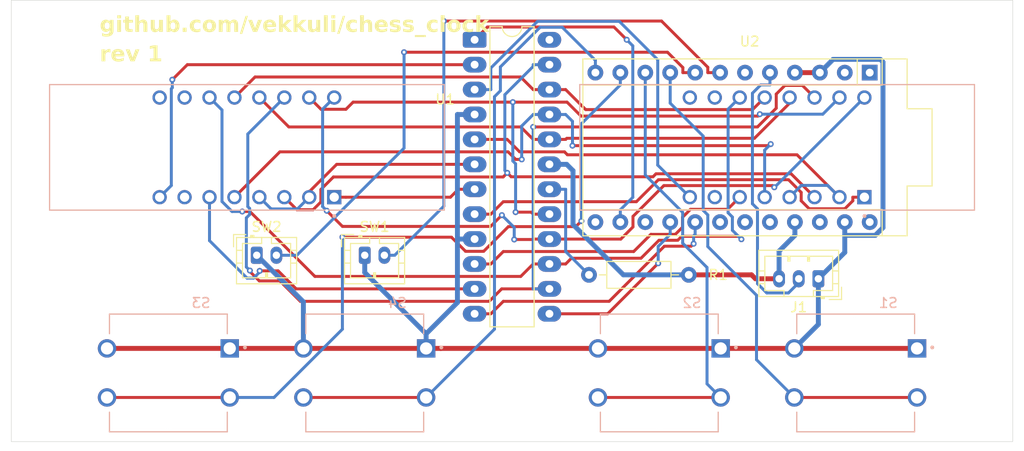
<source format=kicad_pcb>
(kicad_pcb (version 20241229) (generator "pcbnew") (generator_version "9.0")
  (layers (0 "F.Cu" signal) (2 "B.Cu" signal) (13 "F.Paste" user) (15 "B.Paste" user) (5 "F.SilkS" user "F.Silkscreen") (7 "B.SilkS" user "B.Silkscreen") (1 "F.Mask" user) (3 "B.Mask" user) (25 "Edge.Cuts" user))
  (net 0 "")
  (net 1 "/SEG_A")
  (net 2 "/SEG_DP")
  (net 3 "/DIG_7")
  (net 4 "/SEG_G")
  (net 5 "/DIG_5")
  (net 6 "/DIG_4")
  (net 7 "/SEG_F")
  (net 8 "/DIG_6")
  (net 11 "/SEG_B")
  (net 12 "/SEG_E")
  (net 13 "/SEG_D")
  (net 15 "/SEG_C")
  (net 16 "/DIG_0")
  (net 18 "/DIG_1")
  (net 20 "/DIG_2")
  (net 21 "/DIG_3")
  (net 23 "/LBO")
  (net 24 "GND")
  (net 25 "+5V")
  (net 26 "Net-(U1-ISET)")
  (net 28 "/CLK")
  (net 29 "/MOSI")
  (net 30 "/CS")
  (net 31 "/SWITCH1")
  (net 35 "/BUTTON2")
  (net 36 "/BUTTON3")
  (net 43 "/BUTTON1")
  (net 44 "/SWITCH2")
  (net 45 "/BUTTON4")
  (footprint "assets:Sparkfun_Pro_Micro" (layer "F.Cu") (at 159.49 72.62 90)
    (property "Reference" "U2" (at 18.42 15.71 180) (layer "F.SilkS"))
    (property "Value" "Sparkfun_Pro_Micro")
    (pad "1" thru_hole rect (at 15.24 27.94 90) (size 1.6 1.6) (drill 0.8) (layers "*.Cu" "*.Mask"))
    (pad "2" thru_hole oval (at 15.24 25.4 90) (size 1.6 1.6) (drill 0.8) (layers "*.Cu" "*.Mask"))
    (pad "3" thru_hole oval (at 15.24 22.86 90) (size 1.6 1.6) (drill 0.8) (layers "*.Cu" "*.Mask") (net 24 "GND"))
    (pad "4" thru_hole oval (at 15.24 20.32 90) (size 1.6 1.6) (drill 0.8) (layers "*.Cu" "*.Mask") (net 24 "GND"))
    (pad "5" thru_hole oval (at 15.24 17.78 90) (size 1.6 1.6) (drill 0.8) (layers "*.Cu" "*.Mask") (net 23 "/LBO"))
    (pad "6" thru_hole oval (at 15.24 15.24 90) (size 1.6 1.6) (drill 0.8) (layers "*.Cu" "*.Mask"))
    (pad "7" thru_hole oval (at 15.24 12.7 90) (size 1.6 1.6) (drill 0.8) (layers "*.Cu" "*.Mask") (net 31 "/SWITCH1"))
    (pad "8" thru_hole oval (at 15.24 10.16 90) (size 1.6 1.6) (drill 0.8) (layers "*.Cu" "*.Mask") (net 44 "/SWITCH2"))
    (pad "9" thru_hole oval (at 15.24 7.62 90) (size 1.6 1.6) (drill 0.8) (layers "*.Cu" "*.Mask") (net 43 "/BUTTON1"))
    (pad "10" thru_hole oval (at 15.24 5.08 90) (size 1.6 1.6) (drill 0.8) (layers "*.Cu" "*.Mask") (net 35 "/BUTTON2"))
    (pad "11" thru_hole oval (at 15.24 2.54 90) (size 1.6 1.6) (drill 0.8) (layers "*.Cu" "*.Mask") (net 36 "/BUTTON3"))
    (pad "12" thru_hole oval (at 15.24 0 90) (size 1.6 1.6) (drill 0.8) (layers "*.Cu" "*.Mask") (net 45 "/BUTTON4"))
    (pad "13" thru_hole oval (at 0 0 90) (size 1.6 1.6) (drill 0.8) (layers "*.Cu" "*.Mask"))
    (pad "14" thru_hole oval (at 0 2.54 90) (size 1.6 1.6) (drill 0.8) (layers "*.Cu" "*.Mask") (net 29 "/MOSI"))
    (pad "15" thru_hole oval (at 0 5.08 90) (size 1.6 1.6) (drill 0.8) (layers "*.Cu" "*.Mask"))
    (pad "16" thru_hole oval (at 0 7.62 90) (size 1.6 1.6) (drill 0.8) (layers "*.Cu" "*.Mask") (net 28 "/CLK"))
    (pad "17" thru_hole oval (at 0 10.16 90) (size 1.6 1.6) (drill 0.8) (layers "*.Cu" "*.Mask") (net 30 "/CS"))
    (pad "18" thru_hole oval (at 0 12.7 90) (size 1.6 1.6) (drill 0.8) (layers "*.Cu" "*.Mask"))
    (pad "19" thru_hole oval (at 0 15.24 90) (size 1.6 1.6) (drill 0.8) (layers "*.Cu" "*.Mask"))
    (pad "20" thru_hole oval (at 0 17.78 90) (size 1.6 1.6) (drill 0.8) (layers "*.Cu" "*.Mask"))
    (pad "21" thru_hole oval (at 0 20.32 90) (size 1.6 1.6) (drill 0.8) (layers "*.Cu" "*.Mask") (net 25 "+5V"))
    (pad "22" thru_hole oval (at 0 22.86 90) (size 1.6 1.6) (drill 0.8) (layers "*.Cu" "*.Mask"))
    (pad "23" thru_hole oval (at 0 25.4 90) (size 1.6 1.6) (drill 0.8) (layers "*.Cu" "*.Mask") (net 24 "GND"))
    (pad "24" thru_hole oval (at 0 27.94 90) (size 1.6 1.6) (drill 0.8) (layers "*.Cu" "*.Mask"))
  )
  (footprint "MountingHole:MountingHole_3.2mm_M3" (layer "F.Cu") (at 198 54)
    (property "Reference" "H2" (hide yes))
    (property "Value" "MountingHole")
    (pad "" np_thru_hole circle (at 0 0) (size 3.2 3.2) (drill 3.2) (layers "*.Cu" "*.Mask"))
  )
  (footprint "Resistor_THT:R_Axial_DIN0207_L6.3mm_D2.5mm_P10.16mm_Horizontal" (layer "F.Cu") (at 169 78 180)
    (property "Reference" "R1" (at -3 0 0) (layer "F.SilkS"))
    (property "Value" "16k")
    (pad "1" thru_hole circle (at 0 0 180) (size 1.6 1.6) (drill 0.8) (layers "*.Cu" "*.Mask") (net 25 "+5V"))
    (pad "2" thru_hole circle (at 10.16 0 180) (size 1.6 1.6) (drill 0.8) (layers "*.Cu" "*.Mask") (net 26 "Net-(U1-ISET)"))
  )
  (footprint "Connector_JST:JST_PH_B2B-PH-K_1x02_P2.00mm_Vertical" (layer "F.Cu") (at 136 76)
    (property "Reference" "SW1" (at 1 -2.9 0) (layer "F.SilkS"))
    (property "Value" "SW_SPST")
    (pad "1" thru_hole roundrect (at 0 0) (size 1.2 1.75) (drill 0.75) (layers "*.Cu" "*.Mask") (roundrect_rratio 0.208333) (net 24 "GND"))
    (pad "2" thru_hole oval (at 2 0) (size 1.2 1.75) (drill 0.75) (layers "*.Cu" "*.Mask") (net 31 "/SWITCH1"))
  )
  (footprint "MountingHole:MountingHole_3.2mm_M3" (layer "F.Cu") (at 198 88)
    (property "Reference" "H4" (hide yes))
    (property "Value" "MountingHole")
    (pad "" np_thru_hole circle (at 0 0) (size 3.2 3.2) (drill 3.2) (layers "*.Cu" "*.Mask"))
  )
  (footprint "MountingHole:MountingHole_3.2mm_M3" (layer "F.Cu") (at 104 54)
    (property "Reference" "H1" (hide yes))
    (property "Value" "MountingHole")
    (pad "" np_thru_hole circle (at 0 0) (size 3.2 3.2) (drill 3.2) (layers "*.Cu" "*.Mask"))
  )
  (footprint "Package_DIP:DIP-24_W7.62mm_LongPads" (layer "F.Cu") (at 147.19 54.03)
    (property "Reference" "U1" (at -3 6.08 0) (layer "F.SilkS"))
    (property "Value" "MAX7221xNG")
    (pad "1" thru_hole roundrect (at 0 0) (size 2.4 1.6) (drill 0.8) (layers "*.Cu" "*.Mask") (roundrect_rratio 0.15625) (net 29 "/MOSI"))
    (pad "2" thru_hole oval (at 0 2.54) (size 2.4 1.6) (drill 0.8) (layers "*.Cu" "*.Mask") (net 16 "/DIG_0"))
    (pad "3" thru_hole oval (at 0 5.08) (size 2.4 1.6) (drill 0.8) (layers "*.Cu" "*.Mask") (net 6 "/DIG_4"))
    (pad "4" thru_hole oval (at 0 7.62) (size 2.4 1.6) (drill 0.8) (layers "*.Cu" "*.Mask") (net 24 "GND"))
    (pad "5" thru_hole oval (at 0 10.16) (size 2.4 1.6) (drill 0.8) (layers "*.Cu" "*.Mask") (net 8 "/DIG_6"))
    (pad "6" thru_hole oval (at 0 12.7) (size 2.4 1.6) (drill 0.8) (layers "*.Cu" "*.Mask") (net 20 "/DIG_2"))
    (pad "7" thru_hole oval (at 0 15.24) (size 2.4 1.6) (drill 0.8) (layers "*.Cu" "*.Mask") (net 21 "/DIG_3"))
    (pad "8" thru_hole oval (at 0 17.78) (size 2.4 1.6) (drill 0.8) (layers "*.Cu" "*.Mask") (net 3 "/DIG_7"))
    (pad "9" thru_hole oval (at 0 20.32) (size 2.4 1.6) (drill 0.8) (layers "*.Cu" "*.Mask") (net 24 "GND"))
    (pad "10" thru_hole oval (at 0 22.86) (size 2.4 1.6) (drill 0.8) (layers "*.Cu" "*.Mask") (net 5 "/DIG_5"))
    (pad "11" thru_hole oval (at 0 25.4) (size 2.4 1.6) (drill 0.8) (layers "*.Cu" "*.Mask") (net 18 "/DIG_1"))
    (pad "12" thru_hole oval (at 0 27.94) (size 2.4 1.6) (drill 0.8) (layers "*.Cu" "*.Mask") (net 30 "/CS"))
    (pad "13" thru_hole oval (at 7.62 27.94) (size 2.4 1.6) (drill 0.8) (layers "*.Cu" "*.Mask") (net 28 "/CLK"))
    (pad "14" thru_hole oval (at 7.62 25.4) (size 2.4 1.6) (drill 0.8) (layers "*.Cu" "*.Mask") (net 1 "/SEG_A"))
    (pad "15" thru_hole oval (at 7.62 22.86) (size 2.4 1.6) (drill 0.8) (layers "*.Cu" "*.Mask") (net 7 "/SEG_F"))
    (pad "16" thru_hole oval (at 7.62 20.32) (size 2.4 1.6) (drill 0.8) (layers "*.Cu" "*.Mask") (net 11 "/SEG_B"))
    (pad "17" thru_hole oval (at 7.62 17.78) (size 2.4 1.6) (drill 0.8) (layers "*.Cu" "*.Mask") (net 4 "/SEG_G"))
    (pad "18" thru_hole oval (at 7.62 15.24) (size 2.4 1.6) (drill 0.8) (layers "*.Cu" "*.Mask") (net 26 "Net-(U1-ISET)"))
    (pad "19" thru_hole oval (at 7.62 12.7) (size 2.4 1.6) (drill 0.8) (layers "*.Cu" "*.Mask") (net 25 "+5V"))
    (pad "20" thru_hole oval (at 7.62 10.16) (size 2.4 1.6) (drill 0.8) (layers "*.Cu" "*.Mask") (net 15 "/SEG_C"))
    (pad "21" thru_hole oval (at 7.62 7.62) (size 2.4 1.6) (drill 0.8) (layers "*.Cu" "*.Mask") (net 12 "/SEG_E"))
    (pad "22" thru_hole oval (at 7.62 5.08) (size 2.4 1.6) (drill 0.8) (layers "*.Cu" "*.Mask") (net 2 "/SEG_DP"))
    (pad "23" thru_hole oval (at 7.62 2.54) (size 2.4 1.6) (drill 0.8) (layers "*.Cu" "*.Mask") (net 13 "/SEG_D"))
    (pad "24" thru_hole oval (at 7.62 0) (size 2.4 1.6) (drill 0.8) (layers "*.Cu" "*.Mask"))
  )
  (footprint "Connector_JST:JST_PH_B2B-PH-K_1x02_P2.00mm_Vertical" (layer "F.Cu") (at 125 76)
    (property "Reference" "SW2" (at 1 -2.9 0) (layer "F.SilkS"))
    (property "Value" "SW_SPST")
    (pad "1" thru_hole roundrect (at 0 0) (size 1.2 1.75) (drill 0.75) (layers "*.Cu" "*.Mask") (roundrect_rratio 0.208333) (net 24 "GND"))
    (pad "2" thru_hole oval (at 2 0) (size 1.2 1.75) (drill 0.75) (layers "*.Cu" "*.Mask") (net 44 "/SWITCH2"))
  )
  (footprint "MountingHole:MountingHole_3.2mm_M3" (layer "F.Cu") (at 104 88)
    (property "Reference" "H3" (hide yes))
    (property "Value" "MountingHole")
    (pad "" np_thru_hole circle (at 0 0) (size 3.2 3.2) (drill 3.2) (layers "*.Cu" "*.Mask"))
  )
  (footprint "Connector_JST:JST_PH_B3B-PH-K_1x03_P2.00mm_Vertical" (layer "F.Cu") (at 182.2 78.4 180)
    (property "Reference" "J1" (at 2 -2.9 180) (layer "F.SilkS"))
    (property "Value" "Conn_01x03")
    (pad "1" thru_hole roundrect (at 0 0 180) (size 1.2 1.75) (drill 0.75) (layers "*.Cu" "*.Mask") (roundrect_rratio 0.208333) (net 24 "GND"))
    (pad "2" thru_hole oval (at 2 0 180) (size 1.2 1.75) (drill 0.75) (layers "*.Cu" "*.Mask") (net 23 "/LBO"))
    (pad "3" thru_hole oval (at 4 0 180) (size 1.2 1.75) (drill 0.75) (layers "*.Cu" "*.Mask") (net 25 "+5V"))
  )
  (footprint "assets:SW_B3F-4050" (layer "B.Cu") (at 166 88 180)
    (property "Reference" "S2" (at -3.325 7.135 0) (layer "B.SilkS") (effects (justify mirror)))
    (property "Value" "B3F-4050")
    (pad "" np_thru_hole circle (at 0 -4.5 180) (size 1.85 1.85) (drill 1.85) (layers "*.Cu" "*.Mask"))
    (pad "" np_thru_hole circle (at 0 4.5 180) (size 1.85 1.85) (drill 1.85) (layers "*.Cu" "*.Mask"))
    (pad "1" thru_hole rect (at -6.25 2.5 180) (size 1.875 1.875) (drill 1.25) (layers "*.Cu" "*.Mask") (net 24 "GND"))
    (pad "2" thru_hole circle (at 6.25 2.5 180) (size 1.875 1.875) (drill 1.25) (layers "*.Cu" "*.Mask") (net 24 "GND"))
    (pad "3" thru_hole circle (at -6.25 -2.5 180) (size 1.875 1.875) (drill 1.25) (layers "*.Cu" "*.Mask") (net 35 "/BUTTON2"))
    (pad "4" thru_hole circle (at 6.25 -2.5 180) (size 1.875 1.875) (drill 1.25) (layers "*.Cu" "*.Mask") (net 35 "/BUTTON2"))
  )
  (footprint "assets:DISPLAY_TDCR1060M" (layer "B.Cu") (at 124 65 180)
    (property "Reference" "DS2" (hide yes))
    (property "Value" "TDCR1060M")
    (pad "1" thru_hole rect (at -8.89 -5.08 180) (size 1.458 1.458) (drill 0.95) (layers "*.Cu" "*.Mask") (net 21 "/DIG_3"))
    (pad "2" thru_hole circle (at -6.35 -5.08 180) (size 1.458 1.458) (drill 0.95) (layers "*.Cu" "*.Mask") (net 20 "/DIG_2"))
    (pad "3" thru_hole circle (at -3.81 -5.08 180) (size 1.458 1.458) (drill 0.95) (layers "*.Cu" "*.Mask") (net 13 "/SEG_D"))
    (pad "4" thru_hole circle (at -1.27 -5.08 180) (size 1.458 1.458) (drill 0.95) (layers "*.Cu" "*.Mask") (net 20 "/DIG_2"))
    (pad "5" thru_hole circle (at 1.27 -5.08 180) (size 1.458 1.458) (drill 0.95) (layers "*.Cu" "*.Mask") (net 12 "/SEG_E"))
    (pad "6" thru_hole circle (at 3.81 -5.08 180) (size 1.458 1.458) (drill 0.95) (layers "*.Cu" "*.Mask") (net 18 "/DIG_1"))
    (pad "7" thru_hole circle (at 6.35 -5.08 180) (size 1.458 1.458) (drill 0.95) (layers "*.Cu" "*.Mask"))
    (pad "8" thru_hole circle (at 8.89 -5.08 180) (size 1.458 1.458) (drill 0.95) (layers "*.Cu" "*.Mask") (net 16 "/DIG_0"))
    (pad "9" thru_hole circle (at 8.89 5.08 180) (size 1.458 1.458) (drill 0.95) (layers "*.Cu" "*.Mask"))
    (pad "10" thru_hole circle (at 6.35 5.08 180) (size 1.458 1.458) (drill 0.95) (layers "*.Cu" "*.Mask"))
    (pad "11" thru_hole circle (at 3.81 5.08 180) (size 1.458 1.458) (drill 0.95) (layers "*.Cu" "*.Mask") (net 7 "/SEG_F"))
    (pad "12" thru_hole circle (at 1.27 5.08 180) (size 1.458 1.458) (drill 0.95) (layers "*.Cu" "*.Mask") (net 2 "/SEG_DP"))
    (pad "13" thru_hole circle (at -1.27 5.08 180) (size 1.458 1.458) (drill 0.95) (layers "*.Cu" "*.Mask") (net 15 "/SEG_C"))
    (pad "14" thru_hole circle (at -3.81 5.08 180) (size 1.458 1.458) (drill 0.95) (layers "*.Cu" "*.Mask") (net 1 "/SEG_A"))
    (pad "15" thru_hole circle (at -6.35 5.08 180) (size 1.458 1.458) (drill 0.95) (layers "*.Cu" "*.Mask") (net 4 "/SEG_G"))
    (pad "16" thru_hole circle (at -8.89 5.08 180) (size 1.458 1.458) (drill 0.95) (layers "*.Cu" "*.Mask") (net 11 "/SEG_B"))
  )
  (footprint "assets:DISPLAY_TDCR1060M" (layer "B.Cu") (at 178 65 180)
    (property "Reference" "DS1" (hide yes))
    (property "Value" "TDCR1060M")
    (pad "1" thru_hole rect (at -8.89 -5.08 180) (size 1.458 1.458) (drill 0.95) (layers "*.Cu" "*.Mask") (net 3 "/DIG_7"))
    (pad "2" thru_hole circle (at -6.35 -5.08 180) (size 1.458 1.458) (drill 0.95) (layers "*.Cu" "*.Mask") (net 8 "/DIG_6"))
    (pad "3" thru_hole circle (at -3.81 -5.08 180) (size 1.458 1.458) (drill 0.95) (layers "*.Cu" "*.Mask") (net 13 "/SEG_D"))
    (pad "4" thru_hole circle (at -1.27 -5.08 180) (size 1.458 1.458) (drill 0.95) (layers "*.Cu" "*.Mask") (net 8 "/DIG_6"))
    (pad "5" thru_hole circle (at 1.27 -5.08 180) (size 1.458 1.458) (drill 0.95) (layers "*.Cu" "*.Mask") (net 12 "/SEG_E"))
    (pad "6" thru_hole circle (at 3.81 -5.08 180) (size 1.458 1.458) (drill 0.95) (layers "*.Cu" "*.Mask") (net 5 "/DIG_5"))
    (pad "7" thru_hole circle (at 6.35 -5.08 180) (size 1.458 1.458) (drill 0.95) (layers "*.Cu" "*.Mask"))
    (pad "8" thru_hole circle (at 8.89 -5.08 180) (size 1.458 1.458) (drill 0.95) (layers "*.Cu" "*.Mask") (net 6 "/DIG_4"))
    (pad "9" thru_hole circle (at 8.89 5.08 180) (size 1.458 1.458) (drill 0.95) (layers "*.Cu" "*.Mask"))
    (pad "10" thru_hole circle (at 6.35 5.08 180) (size 1.458 1.458) (drill 0.95) (layers "*.Cu" "*.Mask"))
    (pad "11" thru_hole circle (at 3.81 5.08 180) (size 1.458 1.458) (drill 0.95) (layers "*.Cu" "*.Mask") (net 7 "/SEG_F"))
    (pad "12" thru_hole circle (at 1.27 5.08 180) (size 1.458 1.458) (drill 0.95) (layers "*.Cu" "*.Mask") (net 2 "/SEG_DP"))
    (pad "13" thru_hole circle (at -1.27 5.08 180) (size 1.458 1.458) (drill 0.95) (layers "*.Cu" "*.Mask") (net 15 "/SEG_C"))
    (pad "14" thru_hole circle (at -3.81 5.08 180) (size 1.458 1.458) (drill 0.95) (layers "*.Cu" "*.Mask") (net 1 "/SEG_A"))
    (pad "15" thru_hole circle (at -6.35 5.08 180) (size 1.458 1.458) (drill 0.95) (layers "*.Cu" "*.Mask") (net 4 "/SEG_G"))
    (pad "16" thru_hole circle (at -8.89 5.08 180) (size 1.458 1.458) (drill 0.95) (layers "*.Cu" "*.Mask") (net 11 "/SEG_B"))
  )
  (footprint "assets:SW_B3F-4050" (layer "B.Cu") (at 186 88 180)
    (property "Reference" "S1" (at -3.325 7.135 0) (layer "B.SilkS") (effects (justify mirror)))
    (property "Value" "B3F-4050")
    (pad "" np_thru_hole circle (at 0 -4.5 180) (size 1.85 1.85) (drill 1.85) (layers "*.Cu" "*.Mask"))
    (pad "" np_thru_hole circle (at 0 4.5 180) (size 1.85 1.85) (drill 1.85) (layers "*.Cu" "*.Mask"))
    (pad "1" thru_hole rect (at -6.25 2.5 180) (size 1.875 1.875) (drill 1.25) (layers "*.Cu" "*.Mask") (net 24 "GND"))
    (pad "2" thru_hole circle (at 6.25 2.5 180) (size 1.875 1.875) (drill 1.25) (layers "*.Cu" "*.Mask") (net 24 "GND"))
    (pad "3" thru_hole circle (at -6.25 -2.5 180) (size 1.875 1.875) (drill 1.25) (layers "*.Cu" "*.Mask") (net 43 "/BUTTON1"))
    (pad "4" thru_hole circle (at 6.25 -2.5 180) (size 1.875 1.875) (drill 1.25) (layers "*.Cu" "*.Mask") (net 43 "/BUTTON1"))
  )
  (footprint "assets:SW_B3F-4050" (layer "B.Cu") (at 136 88 180)
    (property "Reference" "S4" (at -3.325 7.135 0) (layer "B.SilkS") (effects (justify mirror)))
    (property "Value" "B3F-4050")
    (pad "" np_thru_hole circle (at 0 -4.5 180) (size 1.85 1.85) (drill 1.85) (layers "*.Cu" "*.Mask"))
    (pad "" np_thru_hole circle (at 0 4.5 180) (size 1.85 1.85) (drill 1.85) (layers "*.Cu" "*.Mask"))
    (pad "1" thru_hole rect (at -6.25 2.5 180) (size 1.875 1.875) (drill 1.25) (layers "*.Cu" "*.Mask") (net 24 "GND"))
    (pad "2" thru_hole circle (at 6.25 2.5 180) (size 1.875 1.875) (drill 1.25) (layers "*.Cu" "*.Mask") (net 24 "GND"))
    (pad "3" thru_hole circle (at -6.25 -2.5 180) (size 1.875 1.875) (drill 1.25) (layers "*.Cu" "*.Mask") (net 45 "/BUTTON4"))
    (pad "4" thru_hole circle (at 6.25 -2.5 180) (size 1.875 1.875) (drill 1.25) (layers "*.Cu" "*.Mask") (net 45 "/BUTTON4"))
  )
  (footprint "assets:SW_B3F-4050" (layer "B.Cu") (at 116 88 180)
    (property "Reference" "S3" (at -3.325 7.135 0) (layer "B.SilkS") (effects (justify mirror)))
    (property "Value" "B3F-4050")
    (pad "" np_thru_hole circle (at 0 -4.5 180) (size 1.85 1.85) (drill 1.85) (layers "*.Cu" "*.Mask"))
    (pad "" np_thru_hole circle (at 0 4.5 180) (size 1.85 1.85) (drill 1.85) (layers "*.Cu" "*.Mask"))
    (pad "1" thru_hole rect (at -6.25 2.5 180) (size 1.875 1.875) (drill 1.25) (layers "*.Cu" "*.Mask") (net 24 "GND"))
    (pad "2" thru_hole circle (at 6.25 2.5 180) (size 1.875 1.875) (drill 1.25) (layers "*.Cu" "*.Mask") (net 24 "GND"))
    (pad "3" thru_hole circle (at -6.25 -2.5 180) (size 1.875 1.875) (drill 1.25) (layers "*.Cu" "*.Mask") (net 36 "/BUTTON3"))
    (pad "4" thru_hole circle (at 6.25 -2.5 180) (size 1.875 1.875) (drill 1.25) (layers "*.Cu" "*.Mask") (net 36 "/BUTTON3"))
  )
  (gr_rect (start 100 50) (end 202 95) (stroke (width 0.05)) (fill no) (layer "Edge.Cuts"))
  (gr_text "rev 1" (at 109 56.5 0) (layer "F.SilkS") (effects (font (size 1.6 1.6) (thickness 0.32) (bold yes)) (justify left bottom)))
  (gr_text "github.com/vekkuli/chess_clock" (at 109 53.5 0) (layer "F.SilkS") (effects (font (size 1.6 1.6) (thickness 0.32) (bold yes)) (justify left bottom)))
  (segment (start 180.5755 58.6855) (end 181.81 59.92) (width 0.3) (layer "F.Cu") (net 1))
  (segment (start 127.3539 78.616) (end 129.4379 80.7) (width 0.3) (layer "F.Cu") (net 1))
  (segment (start 177.9107 59.567) (end 178.7922 58.6855) (width 0.3) (layer "F.Cu") (net 1))
  (segment (start 125.2594 78.616) (end 127.3539 78.616) (width 0.3) (layer "F.Cu") (net 1))
  (segment (start 175.9949 62.92) (end 177.9107 61.0042) (width 0.3) (layer "F.Cu") (net 1))
  (segment (start 177.9107 61.0042) (end 177.9107 59.567) (width 0.3) (layer "F.Cu") (net 1))
  (segment (start 148.6755 80.7) (end 149.9455 79.43) (width 0.3) (layer "F.Cu") (net 1))
  (segment (start 129.4379 80.7) (end 148.6755 80.7) (width 0.3) (layer "F.Cu") (net 1))
  (segment (start 124.2999 77.5597) (end 124.2999 77.6565) (width 0.3) (layer "F.Cu") (net 1))
  (segment (start 178.7922 58.6855) (end 180.5755 58.6855) (width 0.3) (layer "F.Cu") (net 1))
  (segment (start 124.2999 77.6565) (end 125.2594 78.616) (width 0.3) (layer "F.Cu") (net 1))
  (segment (start 149.9455 79.43) (end 154.81 79.43) (width 0.3) (layer "F.Cu") (net 1))
  (segment (start 153.1535 62.92) (end 175.9949 62.92) (width 0.3) (layer "F.Cu") (net 1))
  (via (at 124.2999 77.5597) (size 0.6) (drill 0.3) (layers "F.Cu" "B.Cu") (net 1))
  (via (at 153.1535 62.92) (size 0.6) (drill 0.3) (layers "F.Cu" "B.Cu") (net 1))
  (segment (start 124.0888 71.0402) (end 124.0888 63.6412) (width 0.3) (layer "B.Cu") (net 1))
  (segment (start 124.2777 71.2291) (end 124.0888 71.0402) (width 0.3) (layer "B.Cu") (net 1))
  (segment (start 124.0888 63.6412) (end 127.81 59.92) (width 0.3) (layer "B.Cu") (net 1))
  (segment (start 123.9419 72.1877) (end 124.2777 71.8519) (width 0.3) (layer "B.Cu") (net 1))
  (segment (start 153.1535 79.4252) (end 153.1535 62.92) (width 0.3) (layer "B.Cu") (net 1))
  (segment (start 153.1583 79.43) (end 153.1535 79.4252) (width 0.3) (layer "B.Cu") (net 1))
  (segment (start 154.81 79.43) (end 153.1583 79.43) (width 0.3) (layer "B.Cu") (net 1))
  (segment (start 124.2999 77.5597) (end 123.9419 77.2017) (width 0.3) (layer "B.Cu") (net 1))
  (segment (start 123.9419 77.2017) (end 123.9419 72.1877) (width 0.3) (layer "B.Cu") (net 1))
  (segment (start 124.2777 71.8519) (end 124.2777 71.2291) (width 0.3) (layer "B.Cu") (net 1))
  (segment (start 176.73 59.92) (end 175.501 61.149) (width 0.3) (layer "F.Cu") (net 2))
  (segment (start 175.501 61.149) (end 158.5007 61.149) (width 0.3) (layer "F.Cu") (net 2))
  (segment (start 151.8744 57.8261) (end 124.8239 57.8261) (width 0.3) (layer "F.Cu") (net 2))
  (segment (start 155.6359 59.11) (end 156.4617 59.11) (width 0.3) (layer "F.Cu") (net 2))
  (segment (start 154.81 59.11) (end 153.1583 59.11) (width 0.3) (layer "F.Cu") (net 2))
  (segment (start 124.8239 57.8261) (end 122.73 59.92) (width 0.3) (layer "F.Cu") (net 2))
  (segment (start 155.6359 59.11) (end 154.81 59.11) (width 0.3) (layer "F.Cu") (net 2))
  (segment (start 158.5007 61.149) (end 156.4617 59.11) (width 0.3) (layer "F.Cu") (net 2))
  (segment (start 153.1583 59.11) (end 151.8744 57.8261) (width 0.3) (layer "F.Cu") (net 2))
  (segment (start 186.89 70.08) (end 185.7093 70.08) (width 0.3) (layer "F.Cu") (net 3))
  (segment (start 179.1574 68.2976) (end 165.9106 68.2976) (width 0.3) (layer "F.Cu") (net 3))
  (segment (start 165.9106 68.2976) (end 163.6682 70.54) (width 0.3) (layer "F.Cu") (net 3))
  (segment (start 185.7093 70.4491) (end 184.8977 71.2607) (width 0.3) (layer "F.Cu") (net 3))
  (segment (start 180.4507 69.5909) (end 179.1574 68.2976) (width 0.3) (layer "F.Cu") (net 3))
  (segment (start 185.7093 70.08) (end 185.7093 70.4491) (width 0.3) (layer "F.Cu") (net 3))
  (segment (start 184.8977 71.2607) (end 181.2644 71.2607) (width 0.3) (layer "F.Cu") (net 3))
  (segment (start 147.19 71.81) (end 148.8417 71.81) (width 0.3) (layer "F.Cu") (net 3))
  (segment (start 180.4507 70.447) (end 180.4507 69.5909) (width 0.3) (layer "F.Cu") (net 3))
  (segment (start 163.6682 70.54) (end 150.1117 70.54) (width 0.3) (layer "F.Cu") (net 3))
  (segment (start 150.1117 70.54) (end 148.8417 71.81) (width 0.3) (layer "F.Cu") (net 3))
  (segment (start 181.2644 71.2607) (end 180.4507 70.447) (width 0.3) (layer "F.Cu") (net 3))
  (segment (start 152.9524 71.6041) (end 153.1583 71.81) (width 0.3) (layer "F.Cu") (net 4))
  (segment (start 134.0871 61.115) (end 134.8133 60.3888) (width 0.3) (layer "F.Cu") (net 4))
  (segment (start 176.0404 61.8114) (end 158.0271 61.8114) (width 0.3) (layer "F.Cu") (net 4))
  (segment (start 154.81 71.81) (end 153.1583 71.81) (width 0.3) (layer "F.Cu") (net 4))
  (segment (start 130.35 59.92) (end 131.545 61.115) (width 0.3) (layer "F.Cu") (net 4))
  (segment (start 151.3642 71.6041) (end 152.9524 71.6041) (width 0.3) (layer "F.Cu") (net 4))
  (segment (start 176.2359 61.6159) (end 176.0404 61.8114) (width 0.3) (layer "F.Cu") (net 4))
  (segment (start 134.8133 60.3888) (end 151.0807 60.3888) (width 0.3) (layer "F.Cu") (net 4))
  (segment (start 158.0271 61.8114) (end 156.6045 60.3888) (width 0.3) (layer "F.Cu") (net 4))
  (segment (start 156.6045 60.3888) (end 151.0807 60.3888) (width 0.3) (layer "F.Cu") (net 4))
  (segment (start 131.545 61.115) (end 134.0871 61.115) (width 0.3) (layer "F.Cu") (net 4))
  (via (at 151.0807 60.3888) (size 0.6) (drill 0.3) (layers "F.Cu" "B.Cu") (net 4))
  (via (at 176.2359 61.6159) (size 0.6) (drill 0.3) (layers "F.Cu" "B.Cu") (net 4))
  (via (at 151.3642 71.6041) (size 0.6) (drill 0.3) (layers "F.Cu" "B.Cu") (net 4))
  (segment (start 182.6541 61.6159) (end 176.2359 61.6159) (width 0.3) (layer "B.Cu") (net 4))
  (segment (start 184.35 59.92) (end 182.6541 61.6159) (width 0.3) (layer "B.Cu") (net 4))
  (segment (start 151.0807 66.3866) (end 151.3642 66.6701) (width 0.3) (layer "B.Cu") (net 4))
  (segment (start 151.0807 60.3888) (end 151.0807 66.3866) (width 0.3) (layer "B.Cu") (net 4))
  (segment (start 151.3642 66.6701) (end 151.3642 71.6041) (width 0.3) (layer "B.Cu") (net 4))
  (segment (start 165.1421 73.8717) (end 167.6285 73.8717) (width 0.3) (layer "F.Cu") (net 5))
  (segment (start 147.19 76.89) (end 148.8417 76.89) (width 0.3) (layer "F.Cu") (net 5))
  (segment (start 168.3617 73.1385) (end 168.3617 72.1302) (width 0.3) (layer "F.Cu") (net 5))
  (segment (start 168.3617 72.1302) (end 169.1773 71.3146) (width 0.3) (layer "F.Cu") (net 5))
  (segment (start 169.1773 71.3146) (end 172.9554 71.3146) (width 0.3) (layer "F.Cu") (net 5))
  (segment (start 148.8417 76.89) (end 150.1117 75.62) (width 0.3) (layer "F.Cu") (net 5))
  (segment (start 163.3938 75.62) (end 165.1421 73.8717) (width 0.3) (layer "F.Cu") (net 5))
  (segment (start 150.1117 75.62) (end 163.3938 75.62) (width 0.3) (layer "F.Cu") (net 5))
  (segment (start 172.9554 71.3146) (end 174.19 70.08) (width 0.3) (layer "F.Cu") (net 5))
  (segment (start 167.6285 73.8717) (end 168.3617 73.1385) (width 0.3) (layer "F.Cu") (net 5))
  (segment (start 147.19 59.11) (end 148.8417 59.11) (width 0.3) (layer "B.Cu") (net 6))
  (segment (start 148.8417 59.11) (end 148.8417 56.9062) (width 0.3) (layer "B.Cu") (net 6))
  (segment (start 165.8399 56.0663) (end 165.8399 66.8099) (width 0.3) (layer "B.Cu") (net 6))
  (segment (start 148.8417 56.9062) (end 153.5985 52.1494) (width 0.3) (layer "B.Cu") (net 6))
  (segment (start 153.5985 52.1494) (end 161.923 52.1494) (width 0.3) (layer "B.Cu") (net 6))
  (segment (start 165.8399 66.8099) (end 169.11 70.08) (width 0.3) (layer "B.Cu") (net 6))
  (segment (start 161.923 52.1494) (end 165.8399 56.0663) (width 0.3) (layer "B.Cu") (net 6))
  (segment (start 168.2794 74.0717) (end 174.0592 74.0717) (width 0.3) (layer "F.Cu") (net 7))
  (segment (start 130.9223 78.16) (end 124.3028 71.5405) (width 0.3) (layer "F.Cu") (net 7))
  (segment (start 124.3028 71.5405) (end 123.526 71.5405) (width 0.3) (layer "F.Cu") (net 7))
  (segment (start 154.81 76.89) (end 153.1583 76.89) (width 0.3) (layer "F.Cu") (net 7))
  (segment (start 156.4617 76.89) (end 157.0492 76.3025) (width 0.3) (layer "F.Cu") (net 7))
  (segment (start 167.8777 74.4734) (end 168.2794 74.0717) (width 0.3) (layer "F.Cu") (net 7))
  (segment (start 157.0492 76.3025) (end 164.1403 76.3025) (width 0.3) (layer "F.Cu") (net 7))
  (segment (start 174.0592 74.0717) (end 174.36 74.3725) (width 0.3) (layer "F.Cu") (net 7))
  (segment (start 151.8883 78.16) (end 130.9223 78.16) (width 0.3) (layer "F.Cu") (net 7))
  (segment (start 153.1583 76.89) (end 151.8883 78.16) (width 0.3) (layer "F.Cu") (net 7))
  (segment (start 164.1403 76.3025) (end 165.9694 74.4734) (width 0.3) (layer "F.Cu") (net 7))
  (segment (start 165.9694 74.4734) (end 167.8777 74.4734) (width 0.3) (layer "F.Cu") (net 7))
  (segment (start 154.81 76.89) (end 156.4617 76.89) (width 0.3) (layer "F.Cu") (net 7))
  (via (at 174.36 74.3725) (size 0.6) (drill 0.3) (layers "F.Cu" "B.Cu") (net 7))
  (via (at 123.526 71.5405) (size 0.6) (drill 0.3) (layers "F.Cu" "B.Cu") (net 7))
  (segment (start 173.4429 73.4554) (end 174.36 74.3725) (width 0.3) (layer "B.Cu") (net 7))
  (segment (start 173.0067 71.6665) (end 173.4429 72.1027) (width 0.3) (layer "B.Cu") (net 7))
  (segment (start 121.46 70.5183) (end 122.4822 71.5405) (width 0.3) (layer "B.Cu") (net 7))
  (segment (start 174.19 59.92) (end 173.0067 61.1033) (width 0.3) (layer "B.Cu") (net 7))
  (segment (start 173.0067 61.1033) (end 173.0067 71.6665) (width 0.3) (layer "B.Cu") (net 7))
  (segment (start 121.46 61.19) (end 121.46 70.5183) (width 0.3) (layer "B.Cu") (net 7))
  (segment (start 173.4429 72.1027) (end 173.4429 73.4554) (width 0.3) (layer "B.Cu") (net 7))
  (segment (start 120.19 59.92) (end 121.46 61.19) (width 0.3) (layer "B.Cu") (net 7))
  (segment (start 122.4822 71.5405) (end 123.526 71.5405) (width 0.3) (layer "B.Cu") (net 7))
  (segment (start 148.8417 64.19) (end 150.5074 64.19) (width 0.3) (layer "F.Cu") (net 8))
  (segment (start 180.03 65.76) (end 184.35 70.08) (width 0.3) (layer "F.Cu") (net 8))
  (segment (start 151.7774 65.46) (end 156.3452 65.46) (width 0.3) (layer "F.Cu") (net 8))
  (segment (start 150.5074 64.19) (end 151.7774 65.46) (width 0.3) (layer "F.Cu") (net 8))
  (segment (start 156.3452 65.46) (end 156.6452 65.76) (width 0.3) (layer "F.Cu") (net 8))
  (segment (start 147.19 64.19) (end 148.8417 64.19) (width 0.3) (layer "F.Cu") (net 8))
  (segment (start 156.6452 65.76) (end 180.03 65.76) (width 0.3) (layer "F.Cu") (net 8))
  (segment (start 180.4712 68.8788) (end 183.1488 68.8788) (width 0.3) (layer "B.Cu") (net 8))
  (segment (start 183.1488 68.8788) (end 184.35 70.08) (width 0.3) (layer "B.Cu") (net 8))
  (segment (start 179.27 70.08) (end 180.4712 68.8788) (width 0.3) (layer "B.Cu") (net 8))
  (segment (start 163.3183 72.041) (end 166.46 68.8993) (width 0.3) (layer "F.Cu") (net 11))
  (segment (start 153.1136 74.3947) (end 153.1583 74.35) (width 0.3) (layer "F.Cu") (net 11))
  (segment (start 133.7294 73.0617) (end 132.1283 71.4606) (width 0.3) (layer "F.Cu") (net 11))
  (segment (start 151.2246 74.3947) (end 153.1136 74.3947) (width 0.3) (layer "F.Cu") (net 11))
  (segment (start 163.3183 73.1137) (end 163.3183 72.041) (width 0.3) (layer "F.Cu") (net 11))
  (segment (start 154.81 74.35) (end 162.082 74.35) (width 0.3) (layer "F.Cu") (net 11))
  (segment (start 148.8146 73.0617) (end 133.7294 73.0617) (width 0.3) (layer "F.Cu") (net 11))
  (segment (start 149.9644 71.9119) (end 148.8146 73.0617) (width 0.3) (layer "F.Cu") (net 11))
  (segment (start 166.46 68.8993) (end 177.5374 68.8993) (width 0.3) (layer "F.Cu") (net 11))
  (segment (start 154.81 74.35) (end 153.1583 74.35) (width 0.3) (layer "F.Cu") (net 11))
  (segment (start 162.082 74.35) (end 163.3183 73.1137) (width 0.3) (layer "F.Cu") (net 11))
  (segment (start 177.5374 68.8993) (end 177.7109 69.0728) (width 0.3) (layer "F.Cu") (net 11))
  (via (at 177.7109 69.0728) (size 0.6) (drill 0.3) (layers "F.Cu" "B.Cu") (net 11))
  (via (at 132.1283 71.4606) (size 0.6) (drill 0.3) (layers "F.Cu" "B.Cu") (net 11))
  (via (at 151.2246 74.3947) (size 0.6) (drill 0.3) (layers "F.Cu" "B.Cu") (net 11))
  (via (at 149.9644 71.9119) (size 0.6) (drill 0.3) (layers "F.Cu" "B.Cu") (net 11))
  (segment (start 131.7093 71.0416) (end 132.1283 71.4606) (width 0.3) (layer "B.Cu") (net 11))
  (segment (start 132.89 59.92) (end 131.7093 61.1007) (width 0.3) (layer "B.Cu") (net 11))
  (segment (start 151.2246 73.1721) (end 151.2246 74.3947) (width 0.3) (layer "B.Cu") (net 11))
  (segment (start 149.9644 71.9119) (end 151.2246 73.1721) (width 0.3) (layer "B.Cu") (net 11))
  (segment (start 186.89 59.92) (end 177.7372 69.0728) (width 0.3) (layer "B.Cu") (net 11))
  (segment (start 131.7093 61.1007) (end 131.7093 71.0416) (width 0.3) (layer "B.Cu") (net 11))
  (segment (start 177.7372 69.0728) (end 177.7109 69.0728) (width 0.3) (layer "B.Cu") (net 11))
  (segment (start 127.35 65.46) (end 150.6063 65.46) (width 0.3) (layer "F.Cu") (net 12))
  (segment (start 151.3763 66.23) (end 151.9871 66.23) (width 0.3) (layer "F.Cu") (net 12))
  (segment (start 150.6063 65.46) (end 151.3763 66.23) (width 0.3) (layer "F.Cu") (net 12))
  (segment (start 177.189 64.825) (end 157.1561 64.825) (width 0.3) (layer "F.Cu") (net 12))
  (segment (start 122.73 70.08) (end 127.35 65.46) (width 0.3) (layer "F.Cu") (net 12))
  (segment (start 177.3465 64.6675) (end 177.189 64.825) (width 0.3) (layer "F.Cu") (net 12))
  (via (at 157.1561 64.825) (size 0.6) (drill 0.3) (layers "F.Cu" "B.Cu") (net 12))
  (via (at 177.3465 64.6675) (size 0.6) (drill 0.3) (layers "F.Cu" "B.Cu") (net 12))
  (via (at 151.9871 66.23) (size 0.6) (drill 0.3) (layers "F.Cu" "B.Cu") (net 12))
  (segment (start 151.9871 62.8212) (end 153.1583 61.65) (width 0.3) (layer "B.Cu") (net 12))
  (segment (start 176.73 70.08) (end 176.73 65.284) (width 0.3) (layer "B.Cu") (net 12))
  (segment (start 157.1561 62.3444) (end 156.4617 61.65) (width 0.3) (layer "B.Cu") (net 12))
  (segment (start 176.73 65.284) (end 177.3465 64.6675) (width 0.3) (layer "B.Cu") (net 12))
  (segment (start 157.1561 64.825) (end 157.1561 62.3444) (width 0.3) (layer "B.Cu") (net 12))
  (segment (start 151.9871 66.23) (end 151.9871 62.8212) (width 0.3) (layer "B.Cu") (net 12))
  (segment (start 154.81 61.65) (end 156.4617 61.65) (width 0.3) (layer "B.Cu") (net 12))
  (segment (start 154.81 61.65) (end 153.1583 61.65) (width 0.3) (layer "B.Cu") (net 12))
  (segment (start 150.9164 68.0016) (end 150.5168 67.602) (width 0.3) (layer "F.Cu") (net 13))
  (segment (start 165.3557 68.0016) (end 150.9164 68.0016) (width 0.3) (layer "F.Cu") (net 13))
  (segment (start 130.7408 71.3591) (end 131.5307 70.5692) (width 0.3) (layer "F.Cu") (net 13))
  (segment (start 165.6614 67.6959) (end 165.3557 68.0016) (width 0.3) (layer "F.Cu") (net 13))
  (segment (start 150.1005 68.0183) (end 150.5168 67.602) (width 0.3) (layer "F.Cu") (net 13))
  (segment (start 179.4259 67.6959) (end 165.6614 67.6959) (width 0.3) (layer "F.Cu") (net 13))
  (segment (start 129.0891 71.3591) (end 130.7408 71.3591) (width 0.3) (layer "F.Cu") (net 13))
  (segment (start 132.8109 68.0183) (end 150.1005 68.0183) (width 0.3) (layer "F.Cu") (net 13))
  (segment (start 127.81 70.08) (end 129.0891 71.3591) (width 0.3) (layer "F.Cu") (net 13))
  (segment (start 181.81 70.08) (end 179.4259 67.6959) (width 0.3) (layer "F.Cu") (net 13))
  (segment (start 131.5307 70.5692) (end 131.5307 69.2985) (width 0.3) (layer "F.Cu") (net 13))
  (segment (start 131.5307 69.2985) (end 132.8109 68.0183) (width 0.3) (layer "F.Cu") (net 13))
  (via (at 150.5168 67.602) (size 0.6) (drill 0.3) (layers "F.Cu" "B.Cu") (net 13))
  (segment (start 154.81 56.57) (end 153.1583 56.57) (width 0.3) (layer "B.Cu") (net 13))
  (segment (start 150.2684 59.6321) (end 153.1583 56.7422) (width 0.3) (layer "B.Cu") (net 13))
  (segment (start 153.1583 56.7422) (end 153.1583 56.57) (width 0.3) (layer "B.Cu") (net 13))
  (segment (start 150.5168 67.602) (end 150.2684 67.3536) (width 0.3) (layer "B.Cu") (net 13))
  (segment (start 150.2684 67.3536) (end 150.2684 59.6321) (width 0.3) (layer "B.Cu") (net 13))
  (segment (start 179.27 59.92) (end 179.27 60.4958) (width 0.3) (layer "F.Cu") (net 15))
  (segment (start 155.6359 64.19) (end 156.4617 64.19) (width 0.3) (layer "F.Cu") (net 15))
  (segment (start 155.6359 64.19) (end 154.81 64.19) (width 0.3) (layer "F.Cu") (net 15))
  (segment (start 128.2701 62.9201) (end 125.27 59.92) (width 0.3) (layer "F.Cu") (net 15))
  (segment (start 175.6925 64.0733) (end 156.5784 64.0733) (width 0.3) (layer "F.Cu") (net 15))
  (segment (start 151.8884 62.9201) (end 128.2701 62.9201) (width 0.3) (layer "F.Cu") (net 15))
  (segment (start 156.5784 64.0733) (end 156.4617 64.19) (width 0.3) (layer "F.Cu") (net 15))
  (segment (start 179.27 60.4958) (end 175.6925 64.0733) (width 0.3) (layer "F.Cu") (net 15))
  (segment (start 154.81 64.19) (end 153.1583 64.19) (width 0.3) (layer "F.Cu") (net 15))
  (segment (start 153.1583 64.19) (end 151.8884 62.9201) (width 0.3) (layer "F.Cu") (net 15))
  (segment (start 116.4 58.1) (end 117.93 56.57) (width 0.3) (layer "F.Cu") (net 16))
  (segment (start 117.93 56.57) (end 147.19 56.57) (width 0.3) (layer "F.Cu") (net 16))
  (via (at 116.4 58.1) (size 0.6) (drill 0.3) (layers "F.Cu" "B.Cu") (net 16))
  (segment (start 116.2999 68.8901) (end 115.11 70.08) (width 0.3) (layer "B.Cu") (net 16))
  (segment (start 116.2999 59.0231) (end 116.2999 68.8901) (width 0.3) (layer "B.Cu") (net 16))
  (segment (start 116.4 58.1) (end 116.4 58.923) (width 0.3) (layer "B.Cu") (net 16))
  (segment (start 116.4 58.923) (end 116.2999 59.0231) (width 0.3) (layer "B.Cu") (net 16))
  (segment (start 147.19 79.43) (end 129.0188 79.43) (width 0.3) (layer "F.Cu") (net 18))
  (segment (start 127.1819 77.5931) (end 125.2995 77.5931) (width 0.3) (layer "F.Cu") (net 18))
  (segment (start 129.0188 79.43) (end 127.1819 77.5931) (width 0.3) (layer "F.Cu") (net 18))
  (via (at 125.2995 77.5931) (size 0.6) (drill 0.3) (layers "F.Cu" "B.Cu") (net 18))
  (segment (start 125.2995 77.5931) (end 125.2995 77.7086) (width 0.3) (layer "B.Cu") (net 18))
  (segment (start 124.6768 78.3313) (end 124.0085 78.3313) (width 0.3) (layer "B.Cu") (net 18))
  (segment (start 124.0085 78.3313) (end 120.19 74.5128) (width 0.3) (layer "B.Cu") (net 18))
  (segment (start 125.2995 77.7086) (end 124.6768 78.3313) (width 0.3) (layer "B.Cu") (net 18))
  (segment (start 120.19 74.5128) (end 120.19 70.08) (width 0.3) (layer "B.Cu") (net 18))
  (segment (start 130.35 70.08) (end 130.35 69.5222) (width 0.3) (layer "F.Cu") (net 20))
  (segment (start 130.35 69.5222) (end 133.1422 66.73) (width 0.3) (layer "F.Cu") (net 20))
  (segment (start 133.1422 66.73) (end 147.19 66.73) (width 0.3) (layer "F.Cu") (net 20))
  (segment (start 125.27 70.08) (end 126.4703 71.2803) (width 0.3) (layer "B.Cu") (net 20))
  (segment (start 126.4703 71.2803) (end 129.1497 71.2803) (width 0.3) (layer "B.Cu") (net 20))
  (segment (start 129.1497 71.2803) (end 130.35 70.08) (width 0.3) (layer "B.Cu") (net 20))
  (segment (start 132.89 70.08) (end 134.0707 70.08) (width 0.3) (layer "F.Cu") (net 21))
  (segment (start 147.19 69.27) (end 145.5383 69.27) (width 0.3) (layer "F.Cu") (net 21))
  (segment (start 134.0707 70.08) (end 144.7283 70.08) (width 0.3) (layer "F.Cu") (net 21))
  (segment (start 144.7283 70.08) (end 145.5383 69.27) (width 0.3) (layer "F.Cu") (net 21))
  (segment (start 176.3312 58.6317) (end 175.4842 59.4787) (width 0.3) (layer "B.Cu") (net 23))
  (segment (start 176 71.2695) (end 176 78.9) (width 0.3) (layer "B.Cu") (net 23))
  (segment (start 179.1555 79.8445) (end 180.2 78.8) (width 0.3) (layer "B.Cu") (net 23))
  (segment (start 176.9445 79.8445) (end 179.1555 79.8445) (width 0.3) (layer "B.Cu") (net 23))
  (segment (start 175.4842 59.4787) (end 175.4842 70.7537) (width 0.3) (layer "B.Cu") (net 23))
  (segment (start 177.27 57.38) (end 177.27 58.6317) (width 0.3) (layer "B.Cu") (net 23))
  (segment (start 176 78.9) (end 176.9445 79.8445) (width 0.3) (layer "B.Cu") (net 23))
  (segment (start 180.2 78.8) (end 180.2 78.4) (width 0.3) (layer "B.Cu") (net 23))
  (segment (start 177.27 58.6317) (end 176.3312 58.6317) (width 0.3) (layer "B.Cu") (net 23))
  (segment (start 175.4842 70.7537) (end 176 71.2695) (width 0.3) (layer "B.Cu") (net 23))
  (segment (start 142.25 85.5) (end 143.7392 85.5) (width 0.5) (layer "F.Cu") (net 24))
  (segment (start 179.81 57.38) (end 182.35 57.38) (width 0.5) (layer "F.Cu") (net 24))
  (segment (start 159.75 85.5) (end 159.9919 85.5) (width 0.5) (layer "F.Cu") (net 24))
  (segment (start 192.25 85.5) (end 179.75 85.5) (width 0.5) (layer "F.Cu") (net 24))
  (segment (start 159.9919 85.5) (end 143.7392 85.5) (width 0.5) (layer "F.Cu") (net 24))
  (segment (start 122.25 85.5) (end 129.75 85.5) (width 0.5) (layer "F.Cu") (net 24))
  (segment (start 142.25 85.5) (end 129.75 85.5) (width 0.5) (layer "F.Cu") (net 24))
  (segment (start 159.9919 85.5) (end 172.25 85.5) (width 0.5) (layer "F.Cu") (net 24))
  (segment (start 179.75 85.5) (end 172.25 85.5) (width 0.5) (layer "F.Cu") (net 24))
  (segment (start 109.75 85.5) (end 122.25 85.5) (width 0.5) (layer "F.Cu") (net 24))
  (segment (start 145.4383 74.35) (end 145.4383 80.8225) (width 0.5) (layer "B.Cu") (net 24))
  (segment (start 184.89 73.9753) (end 184.89 75.71) (width 0.5) (layer "B.Cu") (net 24))
  (segment (start 184.89 72.62) (end 184.89 73.9753) (width 0.5) (layer "B.Cu") (net 24))
  (segment (start 136 76) (end 136 77.7608) (width 0.5) (layer "B.Cu") (net 24))
  (segment (start 147.19 61.65) (end 145.4383 61.65) (width 0.5) (layer "B.Cu") (net 24))
  (segment (start 182.35 57.38) (end 183.7017 56.0283) (width 0.5) (layer "B.Cu") (net 24))
  (segment (start 182.2 78.4) (end 182.2 83.05) (width 0.5) (layer "B.Cu") (net 24))
  (segment (start 145.4383 80.8225) (end 142.25 84.0108) (width 0.5) (layer "B.Cu") (net 24))
  (segment (start 188.7827 73.1868) (end 187.9942 73.9753) (width 0.5) (layer "B.Cu") (net 24))
  (segment (start 145.4383 61.65) (end 145.4383 74.35) (width 0.5) (layer "B.Cu") (net 24))
  (segment (start 142.25 85.5) (end 142.25 84.0108) (width 0.5) (layer "B.Cu") (net 24))
  (segment (start 182.2 83.05) (end 179.75 85.5) (width 0.5) (layer "B.Cu") (net 24))
  (segment (start 188.5102 56.0283) (end 188.7827 56.3008) (width 0.5) (layer "B.Cu") (net 24))
  (segment (start 184.89 75.71) (end 182.2 78.4) (width 0.5) (layer "B.Cu") (net 24))
  (segment (start 183.7017 56.0283) (end 188.5102 56.0283) (width 0.5) (layer "B.Cu") (net 24))
  (segment (start 125 76) (end 129.75 80.75) (width 0.5) (layer "B.Cu") (net 24))
  (segment (start 147.19 74.35) (end 145.4383 74.35) (width 0.5) (layer "B.Cu") (net 24))
  (segment (start 188.7827 56.3008) (end 188.7827 73.1868) (width 0.5) (layer "B.Cu") (net 24))
  (segment (start 129.75 80.75) (end 129.75 85.5) (width 0.5) (layer "B.Cu") (net 24))
  (segment (start 187.9942 73.9753) (end 184.89 73.9753) (width 0.5) (layer "B.Cu") (net 24))
  (segment (start 136 77.7608) (end 142.25 84.0108) (width 0.5) (layer "B.Cu") (net 24))
  (segment (start 178.2 78.4) (end 175.7983 78.4) (width 0.5) (layer "F.Cu") (net 25))
  (segment (start 175.7983 78.4) (end 175.3983 78) (width 0.5) (layer "F.Cu") (net 25))
  (segment (start 175.3983 78) (end 169 78) (width 0.5) (layer "F.Cu") (net 25))
  (segment (start 156.5617 66.73) (end 157.2109 67.3792) (width 0.5) (layer "B.Cu") (net 25))
  (segment (start 179.81 73.9717) (end 178.2 75.5817) (width 0.5) (layer "B.Cu") (net 25))
  (segment (start 178.2 75.5817) (end 178.2 78.4) (width 0.5) (layer "B.Cu") (net 25))
  (segment (start 154.81 66.73) (end 156.5617 66.73) (width 0.5) (layer "B.Cu") (net 25))
  (segment (start 157.2109 67.3792) (end 157.2109 72.8686) (width 0.5) (layer "B.Cu") (net 25))
  (segment (start 162.3423 78) (end 169 78) (width 0.5) (layer "B.Cu") (net 25))
  (segment (start 179.81 72.62) (end 179.81 73.9717) (width 0.5) (layer "B.Cu") (net 25))
  (segment (start 157.2109 72.8686) (end 162.3423 78) (width 0.5) (layer "B.Cu") (net 25))
  (segment (start 156.4617 75.6217) (end 158.84 78) (width 0.3) (layer "B.Cu") (net 26))
  (segment (start 156.4617 69.27) (end 156.4617 75.6217) (width 0.3) (layer "B.Cu") (net 26))
  (segment (start 154.81 69.27) (end 156.4617 69.27) (width 0.3) (layer "B.Cu") (net 26))
  (segment (start 165.8855 76.823) (end 165.737 76.9715) (width 0.3) (layer "F.Cu") (net 28))
  (segment (start 154.81 81.97) (end 160.7385 81.97) (width 0.3) (layer "F.Cu") (net 28))
  (segment (start 165.737 76.9715) (end 165.8855 76.823) (width 0.3) (layer "F.Cu") (net 28))
  (segment (start 165.8855 76.823) (end 165.8867 76.8242) (width 0.3) (layer "F.Cu") (net 28))
  (segment (start 160.7385 81.97) (end 165.737 76.9715) (width 0.3) (layer "F.Cu") (net 28))
  (segment (start 165.737 76.9715) (end 165.8855 76.823) (width 0.3) (layer "F.Cu") (net 28))
  (via (at 165.8867 76.8242) (size 0.6) (drill 0.3) (layers "F.Cu" "B.Cu") (net 28))
  (segment (start 167.11 72.62) (end 167.11 73.8717) (width 0.3) (layer "B.Cu") (net 28))
  (segment (start 165.8855 76.823) (end 165.8855 75.0962) (width 0.3) (layer "B.Cu") (net 28))
  (segment (start 165.8855 75.0962) (end 167.11 73.8717) (width 0.3) (layer "B.Cu") (net 28))
  (segment (start 165.8855 76.823) (end 165.8867 76.8242) (width 0.3) (layer "B.Cu") (net 28))
  (segment (start 161.3797 52.7266) (end 162.68 54.0269) (width 0.3) (layer "F.Cu") (net 29))
  (segment (start 147.19 54.03) (end 148.4934 52.7266) (width 0.3) (layer "F.Cu") (net 29))
  (segment (start 148.4934 52.7266) (end 161.3797 52.7266) (width 0.3) (layer "F.Cu") (net 29))
  (via (at 162.68 54.0269) (size 0.6) (drill 0.3) (layers "F.Cu" "B.Cu") (net 29))
  (segment (start 162.03 72.62) (end 162.03 71.3683) (width 0.3) (layer "B.Cu") (net 29))
  (segment (start 162.68 54.0269) (end 163.3 54.6469) (width 0.3) (layer "B.Cu") (net 29))
  (segment (start 163.3 70.0983) (end 162.03 71.3683) (width 0.3) (layer "B.Cu") (net 29))
  (segment (start 163.3 54.6469) (end 163.3 70.0983) (width 0.3) (layer "B.Cu") (net 29))
  (segment (start 147.19 81.97) (end 148.8417 81.97) (width 0.3) (layer "F.Cu") (net 30))
  (segment (start 169.2447 75.0751) (end 169.4964 74.8234) (width 0.3) (layer "F.Cu") (net 30))
  (segment (start 148.8417 81.97) (end 150.1117 80.7) (width 0.3) (layer "F.Cu") (net 30))
  (segment (start 160.8924 80.7) (end 166.5173 75.0751) (width 0.3) (layer "F.Cu") (net 30))
  (segment (start 150.1117 80.7) (end 160.8924 80.7) (width 0.3) (layer "F.Cu") (net 30))
  (segment (start 166.5173 75.0751) (end 169.2447 75.0751) (width 0.3) (layer "F.Cu") (net 30))
  (via (at 169.4964 74.8234) (size 0.6) (drill 0.3) (layers "F.Cu" "B.Cu") (net 30))
  (segment (start 169.65 73.8717) (end 169.4964 74.0253) (width 0.3) (layer "B.Cu") (net 30))
  (segment (start 169.4964 74.0253) (end 169.4964 74.8234) (width 0.3) (layer "B.Cu") (net 30))
  (segment (start 169.65 72.62) (end 169.65 73.8717) (width 0.3) (layer "B.Cu") (net 30))
  (segment (start 166.2275 52.1216) (end 144.0562 52.1216) (width 0.3) (layer "F.Cu") (net 31))
  (segment (start 172.19 57.38) (end 170.9383 57.38) (width 0.3) (layer "F.Cu") (net 31))
  (segment (start 170.9383 56.8324) (end 166.2275 52.1216) (width 0.3) (layer "F.Cu") (net 31))
  (segment (start 170.9383 57.38) (end 170.9383 56.8324) (width 0.3) (layer "F.Cu") (net 31))
  (via (at 144.0562 52.1216) (size 0.6) (drill 0.3) (layers "F.Cu" "B.Cu") (net 31))
  (segment (start 144.0562 52.1216) (end 144.0562 70.9955) (width 0.3) (layer "B.Cu") (net 31))
  (segment (start 144.0562 70.9955) (end 139.0517 76) (width 0.3) (layer "B.Cu") (net 31))
  (segment (start 138 76) (end 139.0517 76) (width 0.3) (layer "B.Cu") (net 31))
  (segment (start 159.75 90.5) (end 172.25 90.5) (width 0.3) (layer "F.Cu") (net 35))
  (segment (start 170.8608 89.1108) (end 172.25 90.5) (width 0.3) (layer "B.Cu") (net 35))
  (segment (start 168.38 74.77) (end 170.8608 77.2508) (width 0.3) (layer "B.Cu") (net 35))
  (segment (start 164.57 57.38) (end 164.57 58.6317) (width 0.3) (layer "B.Cu") (net 35))
  (segment (start 168.38 71.6295) (end 168.38 74.77) (width 0.3) (layer "B.Cu") (net 35))
  (segment (start 164.57 58.6317) (end 164.57 67.8195) (width 0.3) (layer "B.Cu") (net 35))
  (segment (start 170.8608 77.2508) (end 170.8608 89.1108) (width 0.3) (layer "B.Cu") (net 35))
  (segment (start 164.57 67.8195) (end 168.38 71.6295) (width 0.3) (layer "B.Cu") (net 35))
  (segment (start 109.75 90.5) (end 122.25 90.5) (width 0.3) (layer "F.Cu") (net 36))
  (segment (start 133.7238 74.1563) (end 144.8262 74.1563) (width 0.3) (layer "F.Cu") (net 36))
  (segment (start 157.4984 73.08) (end 158.0626 72.5158) (width 0.3) (layer "F.Cu") (net 36))
  (segment (start 150.6302 73.08) (end 157.4984 73.08) (width 0.3) (layer "F.Cu") (net 36))
  (segment (start 148.1085 75.6017) (end 150.6302 73.08) (width 0.3) (layer "F.Cu") (net 36))
  (segment (start 144.8262 74.1564) (end 146.2715 75.6017) (width 0.3) (layer "F.Cu") (net 36))
  (segment (start 144.8262 74.1563) (end 144.8262 74.1564) (width 0.3) (layer "F.Cu") (net 36))
  (segment (start 146.2715 75.6017) (end 148.1085 75.6017) (width 0.3) (layer "F.Cu") (net 36))
  (via (at 133.7238 74.1563) (size 0.6) (drill 0.3) (layers "F.Cu" "B.Cu") (net 36))
  (via (at 158.0626 72.5158) (size 0.6) (drill 0.3) (layers "F.Cu" "B.Cu") (net 36))
  (segment (start 158.0626 72.5158) (end 158.0626 62.5991) (width 0.3) (layer "B.Cu") (net 36))
  (segment (start 126.763 90.5) (end 133.7238 83.5392) (width 0.3) (layer "B.Cu") (net 36))
  (segment (start 133.7238 83.5392) (end 133.7238 74.1563) (width 0.3) (layer "B.Cu") (net 36))
  (segment (start 122.25 90.5) (end 126.763 90.5) (width 0.3) (layer "B.Cu") (net 36))
  (segment (start 162.03 57.38) (end 162.03 58.6317) (width 0.3) (layer "B.Cu") (net 36))
  (segment (start 158.0626 62.5991) (end 162.03 58.6317) (width 0.3) (layer "B.Cu") (net 36))
  (segment (start 179.75 90.5) (end 192.25 90.5) (width 0.3) (layer "F.Cu") (net 43))
  (segment (start 170.4693 63.8538) (end 167.11 60.4945) (width 0.3) (layer "B.Cu") (net 43))
  (segment (start 170.4693 71.4193) (end 170.4693 63.8538) (width 0.3) (layer "B.Cu") (net 43))
  (segment (start 170.9383 71.8883) (end 170.4693 71.4193) (width 0.3) (layer "B.Cu") (net 43))
  (segment (start 170.9383 75.1144) (end 170.9383 71.8883) (width 0.3) (layer "B.Cu") (net 43))
  (segment (start 175.8998 80.0759) (end 170.9383 75.1144) (width 0.3) (layer "B.Cu") (net 43))
  (segment (start 179.75 90.5) (end 175.8998 86.6498) (width 0.3) (layer "B.Cu") (net 43))
  (segment (start 167.11 60.4945) (end 167.11 57.38) (width 0.3) (layer "B.Cu") (net 43))
  (segment (start 175.8998 86.6498) (end 175.8998 80.0759) (width 0.3) (layer "B.Cu") (net 43))
  (segment (start 168.3983 56.8613) (end 168.3983 57.38) (width 0.3) (layer "F.Cu") (net 44))
  (segment (start 140.0044 55.3006) (end 166.8376 55.3006) (width 0.3) (layer "F.Cu") (net 44))
  (segment (start 166.8376 55.3006) (end 168.3983 56.8613) (width 0.3) (layer "F.Cu") (net 44))
  (segment (start 169.65 57.38) (end 168.3983 57.38) (width 0.3) (layer "F.Cu") (net 44))
  (via (at 140.0044 55.3006) (size 0.6) (drill 0.3) (layers "F.Cu" "B.Cu") (net 44))
  (segment (start 127 76) (end 129.0846 76) (width 0.3) (layer "B.Cu") (net 44))
  (segment (start 129.0846 76) (end 140.0044 65.0802) (width 0.3) (layer "B.Cu") (net 44))
  (segment (start 140.0044 65.0802) (end 140.0044 55.3006) (width 0.3) (layer "B.Cu") (net 44))
  (segment (start 142.25 90.5) (end 129.75 90.5) (width 0.3) (layer "F.Cu") (net 45))
  (segment (start 149.2127 59.8369) (end 149.8144 59.2352) (width 0.3) (layer "B.Cu") (net 45))
  (segment (start 149.8144 59.2352) (end 149.8144 56.7968) (width 0.3) (layer "B.Cu") (net 45))
  (segment (start 156.1156 52.7539) (end 159.49 56.1283) (width 0.3) (layer "B.Cu") (net 45))
  (segment (start 142.25 90.5) (end 149.2127 83.5373) (width 0.3) (layer "B.Cu") (net 45))
  (segment (start 153.8573 52.7539) (end 156.1156 52.7539) (width 0.3) (layer "B.Cu") (net 45))
  (segment (start 149.2127 83.5373) (end 149.2127 59.8369) (width 0.3) (layer "B.Cu") (net 45))
  (segment (start 159.49 57.38) (end 159.49 56.1283) (width 0.3) (layer "B.Cu") (net 45))
  (segment (start 149.8144 56.7968) (end 153.8573 52.7539) (width 0.3) (layer "B.Cu") (net 45))
)
</source>
